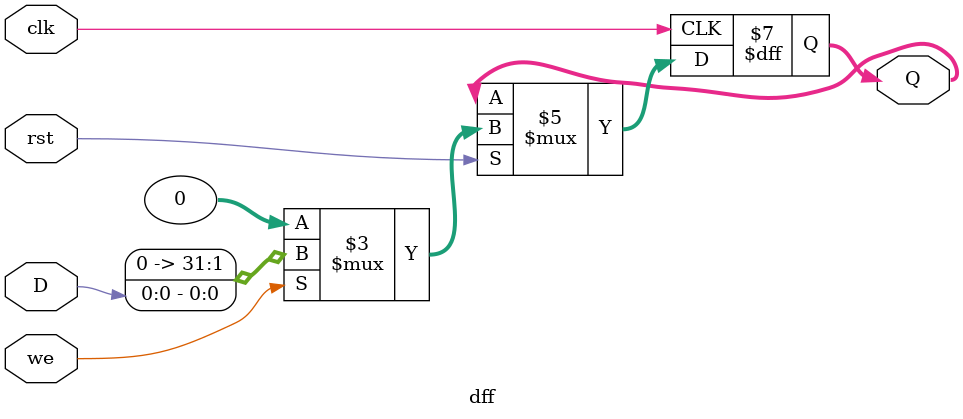
<source format=v>

module dff(clk, rst, we, D, Q);

  parameter n = 32;

  input clk, rst, we, D;
  output reg [n-1:0] Q;

  always @(posedge clk or negedge rst)
    if (rst)
      if (we)
        Q = D;  // Keep data
    else
      Q = {n{1'b0}};  // Reset data
    
endmodule
  
</source>
